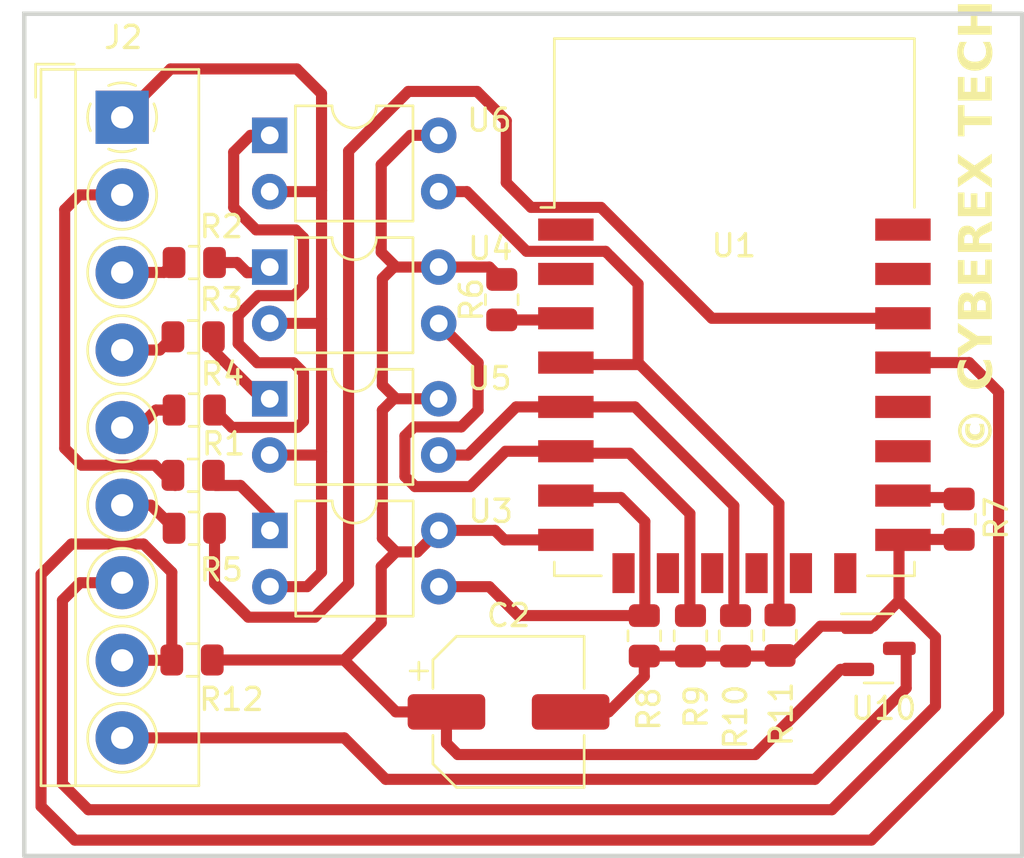
<source format=kicad_pcb>
(kicad_pcb (version 20221018) (generator pcbnew)
  (title_block (title "Контроллер увлажнителя ") (company "CYBEREX TECH"))
  (layers (0 "F.Cu" signal) (31 "B.Cu" signal) (34 "B.Paste" user) (35 "F.Paste" user) (36 "B.SilkS" user "B.Silkscreen") (37 "F.SilkS" user "F.Silkscreen") (38 "B.Mask" user) (39 "F.Mask" user) (44 "Edge.Cuts" user))
  (net 0 "")
  (net 1 "Net-(J2-Pin_2)")
  (net 2 "Net-(R1-Pad2)")
  (net 3 "Net-(J2-Pin_3)")
  (net 4 "Net-(R2-Pad2)")
  (net 5 "Net-(J2-Pin_4)")
  (net 6 "Net-(R3-Pad2)")
  (net 7 "Net-(J2-Pin_5)")
  (net 8 "Net-(R4-Pad2)")
  (net 9 "Net-(U1-GPIO5)")
  (net 10 "Net-(J2-Pin_6)")
  (net 11 "Net-(U1-EN)")
  (net 12 "VCC")
  (net 13 "GND")
  (net 14 "Net-(U1-GPIO15)")
  (net 15 "Net-(U1-GPIO13)")
  (net 16 "Net-(U1-GPIO12)")
  (net 17 "Net-(U1-GPIO14)")
  (net 18 "Net-(U1-GPIO16)")
  (net 19 "Net-(J2-Pin_8)")
  (net 22 "Net-(J2-Pin_9)")
  (net 23 "Net-(J2-Pin_1)")
  (footprint "Resistor_SMD:R_0805_2012Metric" (layer "F.Cu") (at 130.9389 86.2819)
    (fp_text reference "R2" (at 1.2173 -1.6256) (layer "F.SilkS"))
    (fp_text value "100")
    (fp_line (start -0.227064 -0.735) (end 0.227064 -0.735) (stroke (width 0.12)) (layer "F.SilkS"))
    (fp_line (start -0.227064 0.735) (end 0.227064 0.735) (stroke (width 0.12)) (layer "F.SilkS"))
    (pad "1" smd roundrect (at -0.9125 0) (size 1.025 1.4) (layers "F.Cu" "F.Paste" "F.Mask") (roundrect_rratio 0.243902) (net 3 "Net-(J2-Pin_3)"))
    (pad "2" smd roundrect (at 0.9125 0) (size 1.025 1.4) (layers "F.Cu" "F.Paste" "F.Mask") (roundrect_rratio 0.243902) (net 4 "Net-(R2-Pad2)"))
  )
  (footprint "Package_DIP:DIP-4_W7.62mm" (layer "F.Cu") (at 134.3406 86.4851)
    (fp_text reference "U4" (at 9.9468 -0.8382) (layer "F.SilkS"))
    (fp_text value "EL817")
    (fp_line (start 1.16 -1.33) (end 1.16 3.87) (stroke (width 0.12)) (layer "F.SilkS"))
    (fp_line (start 1.16 3.87) (end 6.46 3.87) (stroke (width 0.12)) (layer "F.SilkS"))
    (fp_line (start 2.81 -1.33) (end 1.16 -1.33) (stroke (width 0.12)) (layer "F.SilkS"))
    (fp_line (start 6.46 -1.33) (end 4.81 -1.33) (stroke (width 0.12)) (layer "F.SilkS"))
    (fp_line (start 6.46 3.87) (end 6.46 -1.33) (stroke (width 0.12)) (layer "F.SilkS"))
    (fp_arc (start 4.81 -1.33) (mid 3.81 -0.33) (end 2.81 -1.33) (stroke (width 0.12)) (layer "F.SilkS"))
    (pad "1" thru_hole rect (at 0 0) (size 1.6 1.6) (drill 0.8) (layers "*.Cu" "*.Mask") (net 4 "Net-(R2-Pad2)"))
    (pad "2" thru_hole oval (at 0 2.54) (size 1.6 1.6) (drill 0.8) (layers "*.Cu" "*.Mask") (net 23 "Net-(J2-Pin_1)"))
    (pad "3" thru_hole oval (at 7.62 2.54) (size 1.6 1.6) (drill 0.8) (layers "*.Cu" "*.Mask") (net 16 "Net-(U1-GPIO12)"))
    (pad "4" thru_hole oval (at 7.62 0) (size 1.6 1.6) (drill 0.8) (layers "*.Cu" "*.Mask") (net 12 "VCC"))
  )
  (footprint "Resistor_SMD:R_0805_2012Metric" (layer "F.Cu") (at 130.8881 89.6347)
    (fp_text reference "R3" (at 1.2681 -1.6764) (layer "F.SilkS"))
    (fp_text value "100")
    (fp_line (start -0.227064 -0.735) (end 0.227064 -0.735) (stroke (width 0.12)) (layer "F.SilkS"))
    (fp_line (start -0.227064 0.735) (end 0.227064 0.735) (stroke (width 0.12)) (layer "F.SilkS"))
    (pad "1" smd roundrect (at -0.9125 0) (size 1.025 1.4) (layers "F.Cu" "F.Paste" "F.Mask") (roundrect_rratio 0.243902) (net 5 "Net-(J2-Pin_4)"))
    (pad "2" smd roundrect (at 0.9125 0) (size 1.025 1.4) (layers "F.Cu" "F.Paste" "F.Mask") (roundrect_rratio 0.243902) (net 6 "Net-(R3-Pad2)"))
  )
  (footprint "Package_DIP:DIP-4_W7.62mm" (layer "F.Cu") (at 134.3406 80.5415)
    (fp_text reference "U6" (at 9.906 -0.6858) (layer "F.SilkS"))
    (fp_text value "EL817")
    (fp_line (start 1.16 -1.33) (end 1.16 3.87) (stroke (width 0.12)) (layer "F.SilkS"))
    (fp_line (start 1.16 3.87) (end 6.46 3.87) (stroke (width 0.12)) (layer "F.SilkS"))
    (fp_line (start 2.81 -1.33) (end 1.16 -1.33) (stroke (width 0.12)) (layer "F.SilkS"))
    (fp_line (start 6.46 -1.33) (end 4.81 -1.33) (stroke (width 0.12)) (layer "F.SilkS"))
    (fp_line (start 6.46 3.87) (end 6.46 -1.33) (stroke (width 0.12)) (layer "F.SilkS"))
    (fp_arc (start 4.81 -1.33) (mid 3.81 -0.33) (end 2.81 -1.33) (stroke (width 0.12)) (layer "F.SilkS"))
    (pad "1" thru_hole rect (at 0 0) (size 1.6 1.6) (drill 0.8) (layers "*.Cu" "*.Mask") (net 8 "Net-(R4-Pad2)"))
    (pad "2" thru_hole oval (at 0 2.54) (size 1.6 1.6) (drill 0.8) (layers "*.Cu" "*.Mask") (net 23 "Net-(J2-Pin_1)"))
    (pad "3" thru_hole oval (at 7.62 2.54) (size 1.6 1.6) (drill 0.8) (layers "*.Cu" "*.Mask") (net 18 "Net-(U1-GPIO16)"))
    (pad "4" thru_hole oval (at 7.62 0) (size 1.6 1.6) (drill 0.8) (layers "*.Cu" "*.Mask") (net 12 "VCC"))
  )
  (footprint "Resistor_SMD:R_0805_2012Metric" (layer "F.Cu") (at 130.9389 92.9367)
    (fp_text reference "R4" (at 1.2681 -1.6256) (layer "F.SilkS"))
    (fp_text value "100")
    (fp_line (start -0.227064 -0.735) (end 0.227064 -0.735) (stroke (width 0.12)) (layer "F.SilkS"))
    (fp_line (start -0.227064 0.735) (end 0.227064 0.735) (stroke (width 0.12)) (layer "F.SilkS"))
    (pad "1" smd roundrect (at -0.9125 0) (size 1.025 1.4) (layers "F.Cu" "F.Paste" "F.Mask") (roundrect_rratio 0.243902) (net 7 "Net-(J2-Pin_5)"))
    (pad "2" smd roundrect (at 0.9125 0) (size 1.025 1.4) (layers "F.Cu" "F.Paste" "F.Mask") (roundrect_rratio 0.243902) (net 8 "Net-(R4-Pad2)"))
  )
  (footprint "Resistor_SMD:R_0805_2012Metric" (layer "F.Cu") (at 130.9389 98.2707 180)
    (fp_text reference "R5" (at -1.2173 -1.8796) (layer "F.SilkS"))
    (fp_text value "100")
    (fp_line (start -0.227064 -0.735) (end 0.227064 -0.735) (stroke (width 0.12)) (layer "F.SilkS"))
    (fp_line (start -0.227064 0.735) (end 0.227064 0.735) (stroke (width 0.12)) (layer "F.SilkS"))
    (pad "1" smd roundrect (at -0.9125 0 180) (size 1.025 1.4) (layers "F.Cu" "F.Paste" "F.Mask") (roundrect_rratio 0.243902) (net 9 "Net-(U1-GPIO5)"))
    (pad "2" smd roundrect (at 0.9125 0 180) (size 1.025 1.4) (layers "F.Cu" "F.Paste" "F.Mask") (roundrect_rratio 0.243902) (net 10 "Net-(J2-Pin_6)"))
  )
  (footprint "Capacitor_SMD:CP_Elec_6.3x4.9" (layer "F.Cu") (at 145.1102 106.5571)
    (fp_text reference "C2" (at 0 -4.35) (layer "F.SilkS"))
    (fp_text value "200uF")
    (fp_line (start -4.4375 -1.8475) (end -3.65 -1.8475) (stroke (width 0.12)) (layer "F.SilkS"))
    (fp_line (start -4.04375 -2.24125) (end -4.04375 -1.45375) (stroke (width 0.12)) (layer "F.SilkS"))
    (fp_line (start -3.41 -2.345563) (end -3.41 -1.06) (stroke (width 0.12)) (layer "F.SilkS"))
    (fp_line (start -3.41 -2.345563) (end -2.345563 -3.41) (stroke (width 0.12)) (layer "F.SilkS"))
    (fp_line (start -3.41 2.345563) (end -3.41 1.06) (stroke (width 0.12)) (layer "F.SilkS"))
    (fp_line (start -3.41 2.345563) (end -2.345563 3.41) (stroke (width 0.12)) (layer "F.SilkS"))
    (fp_line (start -2.345563 -3.41) (end 3.41 -3.41) (stroke (width 0.12)) (layer "F.SilkS"))
    (fp_line (start -2.345563 3.41) (end 3.41 3.41) (stroke (width 0.12)) (layer "F.SilkS"))
    (fp_line (start 3.41 -3.41) (end 3.41 -1.06) (stroke (width 0.12)) (layer "F.SilkS"))
    (fp_line (start 3.41 3.41) (end 3.41 1.06) (stroke (width 0.12)) (layer "F.SilkS"))
    (pad "1" smd roundrect (at -2.8 0) (size 3.5 1.6) (layers "F.Cu" "F.Paste" "F.Mask") (roundrect_rratio 0.15625) (net 12 "VCC"))
    (pad "2" smd roundrect (at 2.8 0) (size 3.5 1.6) (layers "F.Cu" "F.Paste" "F.Mask") (roundrect_rratio 0.15625) (net 13 "GND"))
  )
  (footprint "Resistor_SMD:R_0805_2012Metric" (layer "F.Cu") (at 144.8054 87.9564 90)
    (fp_text reference "R6" (at -0.0019 -1.3716 90) (layer "F.SilkS"))
    (fp_text value "1к")
    (fp_line (start -0.227064 -0.735) (end 0.227064 -0.735) (stroke (width 0.12)) (layer "F.SilkS"))
    (fp_line (start -0.227064 0.735) (end 0.227064 0.735) (stroke (width 0.12)) (layer "F.SilkS"))
    (pad "1" smd roundrect (at -0.9125 0 90) (size 1.025 1.4) (layers "F.Cu" "F.Paste" "F.Mask") (roundrect_rratio 0.243902) (net 11 "Net-(U1-EN)"))
    (pad "2" smd roundrect (at 0.9125 0 90) (size 1.025 1.4) (layers "F.Cu" "F.Paste" "F.Mask") (roundrect_rratio 0.243902) (net 12 "VCC"))
  )
  (footprint "RF_Module:ESP-12E" (layer "F.Cu") (at 155.2956 88.2957)
    (fp_text reference "U1" (at -0.0254 -2.7758) (layer "F.SilkS"))
    (fp_text value "ESP-12E")
    (fp_line (start -8.12 -12.12) (end 8.12 -12.12) (stroke (width 0.12)) (layer "F.SilkS"))
    (fp_line (start -8.12 -4.5) (end -8.73 -4.5) (stroke (width 0.12)) (layer "F.SilkS"))
    (fp_line (start -8.12 -4.5) (end -8.12 -12.12) (stroke (width 0.12)) (layer "F.SilkS"))
    (fp_line (start -8.12 12.12) (end -8.12 11.5) (stroke (width 0.12)) (layer "F.SilkS"))
    (fp_line (start -6 12.12) (end -8.12 12.12) (stroke (width 0.12)) (layer "F.SilkS"))
    (fp_line (start 8.12 -12.12) (end 8.12 -4.5) (stroke (width 0.12)) (layer "F.SilkS"))
    (fp_line (start 8.12 11.5) (end 8.12 12.12) (stroke (width 0.12)) (layer "F.SilkS"))
    (fp_line (start 8.12 12.12) (end 6 12.12) (stroke (width 0.12)) (layer "F.SilkS"))
    (pad "1" smd rect (at -7.6 -3.5) (size 2.5 1) (layers "F.Cu" "F.Paste" "F.Mask"))
    (pad "2" smd rect (at -7.6 -1.5) (size 2.5 1) (layers "F.Cu" "F.Paste" "F.Mask"))
    (pad "3" smd rect (at -7.6 0.5) (size 2.5 1) (layers "F.Cu" "F.Paste" "F.Mask") (net 11 "Net-(U1-EN)"))
    (pad "4" smd rect (at -7.6 2.5) (size 2.5 1) (layers "F.Cu" "F.Paste" "F.Mask") (net 18 "Net-(U1-GPIO16)"))
    (pad "5" smd rect (at -7.6 4.5) (size 2.5 1) (layers "F.Cu" "F.Paste" "F.Mask") (net 17 "Net-(U1-GPIO14)"))
    (pad "6" smd rect (at -7.6 6.5) (size 2.5 1) (layers "F.Cu" "F.Paste" "F.Mask") (net 16 "Net-(U1-GPIO12)"))
    (pad "7" smd rect (at -7.6 8.5) (size 2.5 1) (layers "F.Cu" "F.Paste" "F.Mask") (net 15 "Net-(U1-GPIO13)"))
    (pad "8" smd rect (at -7.6 10.5) (size 2.5 1) (layers "F.Cu" "F.Paste" "F.Mask") (net 12 "VCC"))
    (pad "9" smd rect (at -5 12) (size 1 1.8) (layers "F.Cu" "F.Paste" "F.Mask"))
    (pad "10" smd rect (at -3 12) (size 1 1.8) (layers "F.Cu" "F.Paste" "F.Mask"))
    (pad "11" smd rect (at -1 12) (size 1 1.8) (layers "F.Cu" "F.Paste" "F.Mask"))
    (pad "12" smd rect (at 1 12) (size 1 1.8) (layers "F.Cu" "F.Paste" "F.Mask"))
    (pad "13" smd rect (at 3 12) (size 1 1.8) (layers "F.Cu" "F.Paste" "F.Mask"))
    (pad "14" smd rect (at 5 12) (size 1 1.8) (layers "F.Cu" "F.Paste" "F.Mask"))
    (pad "15" smd rect (at 7.6 10.5) (size 2.5 1) (layers "F.Cu" "F.Paste" "F.Mask") (net 13 "GND"))
    (pad "16" smd rect (at 7.6 8.5) (size 2.5 1) (layers "F.Cu" "F.Paste" "F.Mask") (net 14 "Net-(U1-GPIO15)"))
    (pad "17" smd rect (at 7.6 6.5) (size 2.5 1) (layers "F.Cu" "F.Paste" "F.Mask"))
    (pad "18" smd rect (at 7.6 4.5) (size 2.5 1) (layers "F.Cu" "F.Paste" "F.Mask"))
    (pad "19" smd rect (at 7.6 2.5) (size 2.5 1) (layers "F.Cu" "F.Paste" "F.Mask") (net 19 "Net-(J2-Pin_8)"))
    (pad "20" smd rect (at 7.6 0.5) (size 2.5 1) (layers "F.Cu" "F.Paste" "F.Mask") (net 9 "Net-(U1-GPIO5)"))
    (pad "21" smd rect (at 7.6 -1.5) (size 2.5 1) (layers "F.Cu" "F.Paste" "F.Mask"))
    (pad "22" smd rect (at 7.6 -3.5) (size 2.5 1) (layers "F.Cu" "F.Paste" "F.Mask"))
  )
  (footprint "TerminalBlock_4Ucon:TerminalBlock_4Ucon_1x09_P3.50mm_Horizontal" (layer "F.Cu") (at 127.6858 79.7287 -90)
    (fp_text reference "J2" (at -3.6068 -0.0508) (layer "F.SilkS"))
    (fp_text value "~")
    (fp_line (start -2.4 2.16) (end -2.4 3.9) (stroke (width 0.12)) (layer "F.SilkS"))
    (fp_line (start -2.4 3.9) (end -0.9 3.9) (stroke (width 0.12)) (layer "F.SilkS"))
    (fp_line (start -2.16 -3.46) (end -2.16 3.66) (stroke (width 0.12)) (layer "F.SilkS"))
    (fp_line (start -2.16 -3.46) (end 30.16 -3.46) (stroke (width 0.12)) (layer "F.SilkS"))
    (fp_line (start -2.16 2.1) (end 30.16 2.1) (stroke (width 0.12)) (layer "F.SilkS"))
    (fp_line (start -2.16 3.66) (end 30.16 3.66) (stroke (width 0.12)) (layer "F.SilkS"))
    (fp_line (start 30.16 -3.46) (end 30.16 3.66) (stroke (width 0.12)) (layer "F.SilkS"))
    (fp_arc (start -1.432109 0.607742) (mid -1.555727 -0.00014) (end -1.432 -0.608) (stroke (width 0.12)) (layer "F.SilkS"))
    (fp_arc (start -0.607742 -1.432109) (mid 0.00014 -1.555727) (end 0.608 -1.432) (stroke (width 0.12)) (layer "F.SilkS"))
    (fp_arc (start 0.027011 1.555493) (mid -0.296984 1.527118) (end -0.608 1.432) (stroke (width 0.12)) (layer "F.SilkS"))
    (fp_arc (start 0.607587 1.431385) (mid 0.310017 1.523783) (end 0 1.555) (stroke (width 0.12)) (layer "F.SilkS"))
    (fp_arc (start 1.432109 -0.607742) (mid 1.555727 0.00014) (end 1.432 0.608) (stroke (width 0.12)) (layer "F.SilkS"))
    (fp_circle (center 3.5 0) (end 5.055 0) (stroke (width 0.12)) (fill none) (layer "F.SilkS"))
    (fp_circle (center 7 0) (end 8.555 0) (stroke (width 0.12)) (fill none) (layer "F.SilkS"))
    (fp_circle (center 10.5 0) (end 12.055 0) (stroke (width 0.12)) (fill none) (layer "F.SilkS"))
    (fp_circle (center 14 0) (end 15.555 0) (stroke (width 0.12)) (fill none) (layer "F.SilkS"))
    (fp_circle (center 17.5 0) (end 19.055 0) (stroke (width 0.12)) (fill none) (layer "F.SilkS"))
    (fp_circle (center 21 0) (end 22.555 0) (stroke (width 0.12)) (fill none) (layer "F.SilkS"))
    (fp_circle (center 24.5 0) (end 26.055 0) (stroke (width 0.12)) (fill none) (layer "F.SilkS"))
    (fp_circle (center 28 0) (end 29.555 0) (stroke (width 0.12)) (fill none) (layer "F.SilkS"))
    (pad "1" thru_hole rect (at 0 0 270) (size 2.4 2.4) (drill 1) (layers "*.Cu" "*.Mask") (net 23 "Net-(J2-Pin_1)"))
    (pad "2" thru_hole circle (at 3.5 0 270) (size 2.4 2.4) (drill 1) (layers "*.Cu" "*.Mask") (net 1 "Net-(J2-Pin_2)"))
    (pad "3" thru_hole circle (at 7 0 270) (size 2.4 2.4) (drill 1) (layers "*.Cu" "*.Mask") (net 3 "Net-(J2-Pin_3)"))
    (pad "4" thru_hole circle (at 10.5 0 270) (size 2.4 2.4) (drill 1) (layers "*.Cu" "*.Mask") (net 5 "Net-(J2-Pin_4)"))
    (pad "5" thru_hole circle (at 14 0 270) (size 2.4 2.4) (drill 1) (layers "*.Cu" "*.Mask") (net 7 "Net-(J2-Pin_5)"))
    (pad "6" thru_hole circle (at 17.5 0 270) (size 2.4 2.4) (drill 1) (layers "*.Cu" "*.Mask") (net 10 "Net-(J2-Pin_6)"))
    (pad "7" thru_hole circle (at 21 0 270) (size 2.4 2.4) (drill 1) (layers "*.Cu" "*.Mask") (net 13 "GND"))
    (pad "8" thru_hole circle (at 24.5 0 270) (size 2.4 2.4) (drill 1) (layers "*.Cu" "*.Mask") (net 19 "Net-(J2-Pin_8)"))
    (pad "9" thru_hole circle (at 28 0 270) (size 2.4 2.4) (drill 1) (layers "*.Cu" "*.Mask") (net 22 "Net-(J2-Pin_9)"))
  )
  (footprint "Resistor_SMD:R_0805_2012Metric" (layer "F.Cu") (at 165.4302 97.8624 90)
    (fp_text reference "R7" (at 0.0489 1.6764 90) (layer "F.SilkS"))
    (fp_text value "100")
    (fp_line (start -0.227064 -0.735) (end 0.227064 -0.735) (stroke (width 0.12)) (layer "F.SilkS"))
    (fp_line (start -0.227064 0.735) (end 0.227064 0.735) (stroke (width 0.12)) (layer "F.SilkS"))
    (pad "1" smd roundrect (at -0.9125 0 90) (size 1.025 1.4) (layers "F.Cu" "F.Paste" "F.Mask") (roundrect_rratio 0.243902) (net 13 "GND"))
    (pad "2" smd roundrect (at 0.9125 0 90) (size 1.025 1.4) (layers "F.Cu" "F.Paste" "F.Mask") (roundrect_rratio 0.243902) (net 14 "Net-(U1-GPIO15)"))
  )
  (footprint "Resistor_SMD:R_0805_2012Metric" (layer "F.Cu") (at 153.3144 103.124 -90)
    (fp_text reference "R9" (at 3.1985 -0.254 90) (layer "F.SilkS"))
    (fp_text value "125к")
    (fp_line (start -0.227064 -0.735) (end 0.227064 -0.735) (stroke (width 0.12)) (layer "F.SilkS"))
    (fp_line (start -0.227064 0.735) (end 0.227064 0.735) (stroke (width 0.12)) (layer "F.SilkS"))
    (pad "1" smd roundrect (at -0.9125 0 270) (size 1.025 1.4) (layers "F.Cu" "F.Paste" "F.Mask") (roundrect_rratio 0.243902) (net 16 "Net-(U1-GPIO12)"))
    (pad "2" smd roundrect (at 0.9125 0 270) (size 1.025 1.4) (layers "F.Cu" "F.Paste" "F.Mask") (roundrect_rratio 0.243902) (net 13 "GND"))
  )
  (footprint "Resistor_SMD:R_0805_2012Metric" (layer "F.Cu") (at 130.8373 104.2143)
    (fp_text reference "R12" (at 1.7761 1.778) (layer "F.SilkS"))
    (fp_text value "4.7к")
    (fp_line (start -0.227064 -0.735) (end 0.227064 -0.735) (stroke (width 0.12)) (layer "F.SilkS"))
    (fp_line (start -0.227064 0.735) (end 0.227064 0.735) (stroke (width 0.12)) (layer "F.SilkS"))
    (pad "1" smd roundrect (at -0.9125 0) (size 1.025 1.4) (layers "F.Cu" "F.Paste" "F.Mask") (roundrect_rratio 0.243902) (net 19 "Net-(J2-Pin_8)"))
    (pad "2" smd roundrect (at 0.9125 0) (size 1.025 1.4) (layers "F.Cu" "F.Paste" "F.Mask") (roundrect_rratio 0.243902) (net 12 "VCC"))
  )
  (footprint "Package_TO_SOT_SMD:SOT-23" (layer "F.Cu") (at 161.7957 103.6911)
    (fp_text reference "U10" (at 0.2309 2.7076) (layer "F.SilkS"))
    (fp_text value "HT7333")
    (fp_line (start 0 -1.56) (end -1.675 -1.56) (stroke (width 0.12)) (layer "F.SilkS"))
    (fp_line (start 0 -1.56) (end 0.65 -1.56) (stroke (width 0.12)) (layer "F.SilkS"))
    (fp_line (start 0 1.56) (end -0.65 1.56) (stroke (width 0.12)) (layer "F.SilkS"))
    (fp_line (start 0 1.56) (end 0.65 1.56) (stroke (width 0.12)) (layer "F.SilkS"))
    (pad "1" smd roundrect (at -0.9375 -0.95) (size 1.475 0.6) (layers "F.Cu" "F.Paste" "F.Mask") (net 13 "GND"))
    (pad "2" smd roundrect (at 0.9375 0) (size 1.475 0.6) (layers "F.Cu" "F.Paste" "F.Mask") (net 22 "Net-(J2-Pin_9)"))
    (pad "3" smd roundrect (at -0.9375 0.95) (size 1.475 0.6) (layers "F.Cu" "F.Paste" "F.Mask") (net 12 "VCC"))
  )
  (footprint "Resistor_SMD:R_0805_2012Metric" (layer "F.Cu") (at 157.353 103.0986 -90)
    (fp_text reference "R11" (at 3.5541 -0.0508 90) (layer "F.SilkS"))
    (fp_text value "125к")
    (fp_line (start -0.227064 -0.735) (end 0.227064 -0.735) (stroke (width 0.12)) (layer "F.SilkS"))
    (fp_line (start -0.227064 0.735) (end 0.227064 0.735) (stroke (width 0.12)) (layer "F.SilkS"))
    (pad "1" smd roundrect (at -0.9125 0 270) (size 1.025 1.4) (layers "F.Cu" "F.Paste" "F.Mask") (roundrect_rratio 0.243902) (net 18 "Net-(U1-GPIO16)"))
    (pad "2" smd roundrect (at 0.9125 0 270) (size 1.025 1.4) (layers "F.Cu" "F.Paste" "F.Mask") (roundrect_rratio 0.243902) (net 13 "GND"))
  )
  (footprint "Resistor_SMD:R_0805_2012Metric" (layer "F.Cu") (at 155.3464 103.124 -90)
    (fp_text reference "R10" (at 3.6595 0 90) (layer "F.SilkS"))
    (fp_text value "125к")
    (fp_line (start -0.227064 -0.735) (end 0.227064 -0.735) (stroke (width 0.12)) (layer "F.SilkS"))
    (fp_line (start -0.227064 0.735) (end 0.227064 0.735) (stroke (width 0.12)) (layer "F.SilkS"))
    (pad "1" smd roundrect (at -0.9125 0 270) (size 1.025 1.4) (layers "F.Cu" "F.Paste" "F.Mask") (roundrect_rratio 0.243902) (net 17 "Net-(U1-GPIO14)"))
    (pad "2" smd roundrect (at 0.9125 0 270) (size 1.025 1.4) (layers "F.Cu" "F.Paste" "F.Mask") (roundrect_rratio 0.243902) (net 13 "GND"))
  )
  (footprint "Package_DIP:DIP-4_W7.62mm" (layer "F.Cu") (at 134.3406 92.4287)
    (fp_text reference "U5" (at 9.906 -0.9144) (layer "F.SilkS"))
    (fp_text value "EL817")
    (fp_line (start 1.16 -1.33) (end 1.16 3.87) (stroke (width 0.12)) (layer "F.SilkS"))
    (fp_line (start 1.16 3.87) (end 6.46 3.87) (stroke (width 0.12)) (layer "F.SilkS"))
    (fp_line (start 2.81 -1.33) (end 1.16 -1.33) (stroke (width 0.12)) (layer "F.SilkS"))
    (fp_line (start 6.46 -1.33) (end 4.81 -1.33) (stroke (width 0.12)) (layer "F.SilkS"))
    (fp_line (start 6.46 3.87) (end 6.46 -1.33) (stroke (width 0.12)) (layer "F.SilkS"))
    (fp_arc (start 4.81 -1.33) (mid 3.81 -0.33) (end 2.81 -1.33) (stroke (width 0.12)) (layer "F.SilkS"))
    (pad "1" thru_hole rect (at 0 0) (size 1.6 1.6) (drill 0.8) (layers "*.Cu" "*.Mask") (net 6 "Net-(R3-Pad2)"))
    (pad "2" thru_hole oval (at 0 2.54) (size 1.6 1.6) (drill 0.8) (layers "*.Cu" "*.Mask") (net 23 "Net-(J2-Pin_1)"))
    (pad "3" thru_hole oval (at 7.62 2.54) (size 1.6 1.6) (drill 0.8) (layers "*.Cu" "*.Mask") (net 17 "Net-(U1-GPIO14)"))
    (pad "4" thru_hole oval (at 7.62 0) (size 1.6 1.6) (drill 0.8) (layers "*.Cu" "*.Mask") (net 12 "VCC"))
  )
  (footprint "Resistor_SMD:R_0805_2012Metric" (layer "F.Cu") (at 130.8881 95.8831)
    (fp_text reference "R1" (at 1.3697 -1.4224) (layer "F.SilkS"))
    (fp_text value "100")
    (fp_line (start -0.227064 -0.735) (end 0.227064 -0.735) (stroke (width 0.12)) (layer "F.SilkS"))
    (fp_line (start -0.227064 0.735) (end 0.227064 0.735) (stroke (width 0.12)) (layer "F.SilkS"))
    (pad "1" smd roundrect (at -0.9125 0) (size 1.025 1.4) (layers "F.Cu" "F.Paste" "F.Mask") (roundrect_rratio 0.243902) (net 1 "Net-(J2-Pin_2)"))
    (pad "2" smd roundrect (at 0.9125 0) (size 1.025 1.4) (layers "F.Cu" "F.Paste" "F.Mask") (roundrect_rratio 0.243902) (net 2 "Net-(R1-Pad2)"))
  )
  (footprint "Resistor_SMD:R_0805_2012Metric" (layer "F.Cu") (at 151.2316 103.124 -90)
    (fp_text reference "R8" (at 3.3039 -0.2032 90) (layer "F.SilkS"))
    (fp_text value "125к")
    (fp_line (start -0.227064 -0.735) (end 0.227064 -0.735) (stroke (width 0.12)) (layer "F.SilkS"))
    (fp_line (start -0.227064 0.735) (end 0.227064 0.735) (stroke (width 0.12)) (layer "F.SilkS"))
    (pad "1" smd roundrect (at -0.9125 0 270) (size 1.025 1.4) (layers "F.Cu" "F.Paste" "F.Mask") (roundrect_rratio 0.243902) (net 15 "Net-(U1-GPIO13)"))
    (pad "2" smd roundrect (at 0.9125 0 270) (size 1.025 1.4) (layers "F.Cu" "F.Paste" "F.Mask") (roundrect_rratio 0.243902) (net 13 "GND"))
  )
  (footprint "Package_DIP:DIP-4_W7.62mm" (layer "F.Cu") (at 134.3506 98.3673)
    (fp_text reference "U3" (at 9.9568 -0.8636) (layer "F.SilkS"))
    (fp_text value "EL817")
    (fp_line (start 1.16 -1.33) (end 1.16 3.87) (stroke (width 0.12)) (layer "F.SilkS"))
    (fp_line (start 1.16 3.87) (end 6.46 3.87) (stroke (width 0.12)) (layer "F.SilkS"))
    (fp_line (start 2.81 -1.33) (end 1.16 -1.33) (stroke (width 0.12)) (layer "F.SilkS"))
    (fp_line (start 6.46 -1.33) (end 4.81 -1.33) (stroke (width 0.12)) (layer "F.SilkS"))
    (fp_line (start 6.46 3.87) (end 6.46 -1.33) (stroke (width 0.12)) (layer "F.SilkS"))
    (fp_arc (start 4.81 -1.33) (mid 3.81 -0.33) (end 2.81 -1.33) (stroke (width 0.12)) (layer "F.SilkS"))
    (pad "1" thru_hole rect (at 0 0) (size 1.6 1.6) (drill 0.8) (layers "*.Cu" "*.Mask") (net 2 "Net-(R1-Pad2)"))
    (pad "2" thru_hole oval (at 0 2.54) (size 1.6 1.6) (drill 0.8) (layers "*.Cu" "*.Mask") (net 23 "Net-(J2-Pin_1)"))
    (pad "3" thru_hole oval (at 7.62 2.54) (size 1.6 1.6) (drill 0.8) (layers "*.Cu" "*.Mask") (net 15 "Net-(U1-GPIO13)"))
    (pad "4" thru_hole oval (at 7.62 0) (size 1.6 1.6) (drill 0.8) (layers "*.Cu" "*.Mask") (net 12 "VCC"))
  )
  (gr_rect (start 123.2706 75.0551) (end 168.2706 113.0551) (stroke (width 0.2)) (fill none) (layer "Edge.Cuts"))
  (gr_text "© CYBEREX TECH" (at 167.1574 94.9179 90) (layer "F.SilkS") (effects (font (size 1.5 1.5) (thickness 0.3) bold) (justify left bottom)))
  (segment (start 125.7606 83.2287) (end 127.6858 83.2287) (width 0.5) (layer "F.Cu") (net 1))
  (segment (start 125.857 95.4259) (end 129.1628 95.4259) (width 0.5) (layer "F.Cu") (net 1))
  (segment (start 125.857 95.4259) (end 125.095 94.6639) (width 0.5) (layer "F.Cu") (net 1))
  (segment (start 125.095 94.6639) (end 125.095 83.8943) (width 0.5) (layer "F.Cu") (net 1))
  (segment (start 125.095 83.8943) (end 125.7606 83.2287) (width 0.5) (layer "F.Cu") (net 1))
  (segment (start 129.1628 95.4259) (end 130.0772 96.3403) (width 0.5) (layer "F.Cu") (net 1))
  (segment (start 134 98.0167) (end 134.3506 98.3673) (width 0.5) (layer "F.Cu") (net 2))
  (segment (start 133.0198 96.3403) (end 134.3506 97.6711) (width 0.5) (layer "F.Cu") (net 2))
  (segment (start 131.9022 96.3403) (end 133.0198 96.3403) (width 0.5) (layer "F.Cu") (net 2))
  (segment (start 134.3506 97.6711) (end 134.3506 98.3673) (width 0.5) (layer "F.Cu") (net 2))
  (segment (start 127.6858 86.7287) (end 129.5796 86.7287) (width 0.5) (layer "F.Cu") (net 3))
  (segment (start 129.5796 86.7287) (end 130.0264 86.2819) (width 0.5) (layer "F.Cu") (net 3))
  (segment (start 132.8674 86.2819) (end 133.3246 86.7391) (width 0.5) (layer "F.Cu") (net 4))
  (segment (start 132.0088 86.5359) (end 132.0138 86.5309) (width 0.25) (layer "F.Cu") (net 4))
  (segment (start 134.0866 86.7391) (end 134.3406 86.4851) (width 0.25) (layer "F.Cu") (net 4))
  (segment (start 131.8514 86.2819) (end 132.8674 86.2819) (width 0.5) (layer "F.Cu") (net 4))
  (segment (start 133.3246 86.7391) (end 134.0866 86.7391) (width 0.5) (layer "F.Cu") (net 4))
  (segment (start 127.6858 90.2287) (end 129.3816 90.2287) (width 0.5) (layer "F.Cu") (net 5))
  (segment (start 129.3816 90.2287) (end 129.9756 89.6347) (width 0.5) (layer "F.Cu") (net 5))
  (segment (start 133.985 92.4287) (end 134.3406 92.4287) (width 0.25) (layer "F.Cu") (net 6))
  (segment (start 131.8006 90.2443) (end 133.985 92.4287) (width 0.5) (layer "F.Cu") (net 6))
  (segment (start 128.4178 93.7287) (end 129.2098 92.9367) (width 0.5) (layer "F.Cu") (net 7))
  (segment (start 129.2098 92.9367) (end 130.0264 92.9367) (width 0.5) (layer "F.Cu") (net 7))
  (segment (start 127.6858 93.7287) (end 128.4178 93.7287) (width 0.5) (layer "F.Cu") (net 7))
  (segment (start 132.9182 89.9395) (end 132.9182 88.679733) (width 0.5) (layer "F.Cu") (net 8))
  (segment (start 132.9182 88.679733) (end 133.822833 87.7751) (width 0.5) (layer "F.Cu") (net 8))
  (segment (start 135.509 84.8087) (end 133.731 84.8087) (width 0.5) (layer "F.Cu") (net 8))
  (segment (start 132.715 83.7927) (end 132.715 81.3035) (width 0.5) (layer "F.Cu") (net 8))
  (segment (start 132.715 81.3035) (end 133.477 80.5415) (width 0.5) (layer "F.Cu") (net 8))
  (segment (start 131.8514 92.9367) (end 132.6334 93.7187) (width 0.5) (layer "F.Cu") (net 8))
  (segment (start 135.8646 93.4447) (end 135.8646 91.2603) (width 0.5) (layer "F.Cu") (net 8))
  (segment (start 135.4074 90.8031) (end 133.7818 90.8031) (width 0.5) (layer "F.Cu") (net 8))
  (segment (start 135.8646 85.1643) (end 135.509 84.8087) (width 0.5) (layer "F.Cu") (net 8))
  (segment (start 133.731 84.8087) (end 132.715 83.7927) (width 0.5) (layer "F.Cu") (net 8))
  (segment (start 132.6334 93.7187) (end 135.5906 93.7187) (width 0.5) (layer "F.Cu") (net 8))
  (segment (start 133.7818 90.8031) (end 132.9182 89.9395) (width 0.5) (layer "F.Cu") (net 8))
  (segment (start 133.477 80.5415) (end 134.3406 80.5415) (width 0.5) (layer "F.Cu") (net 8))
  (segment (start 133.822833 87.7751) (end 135.4382 87.7751) (width 0.5) (layer "F.Cu") (net 8))
  (segment (start 135.4382 87.7751) (end 135.8646 87.3487) (width 0.5) (layer "F.Cu") (net 8))
  (segment (start 135.5906 93.7187) (end 135.8646 93.4447) (width 0.5) (layer "F.Cu") (net 8))
  (segment (start 135.8646 87.3487) (end 135.8646 85.1643) (width 0.5) (layer "F.Cu") (net 8))
  (segment (start 135.8646 91.2603) (end 135.4074 90.8031) (width 0.5) (layer "F.Cu") (net 8))
  (segment (start 137.8966 100.7599) (end 136.3726 102.2839) (width 0.5) (layer "F.Cu") (net 9))
  (segment (start 145.0086 82.6751) (end 145.0086 79.8811) (width 0.5) (layer "F.Cu") (net 9))
  (segment (start 133.3754 102.2839) (end 131.8514 100.7599) (width 0.5) (layer "F.Cu") (net 9))
  (segment (start 146.1262 83.7927) (end 145.0086 82.6751) (width 0.5) (layer "F.Cu") (net 9))
  (segment (start 154.2788 88.7957) (end 149.2758 83.7927) (width 0.5) (layer "F.Cu") (net 9))
  (segment (start 149.2758 83.7927) (end 146.1262 83.7927) (width 0.5) (layer "F.Cu") (net 9))
  (segment (start 143.6878 78.5603) (end 140.589 78.5603) (width 0.5) (layer "F.Cu") (net 9))
  (segment (start 140.589 78.5603) (end 137.8966 81.2527) (width 0.5) (layer "F.Cu") (net 9))
  (segment (start 162.8956 88.7957) (end 154.2788 88.7957) (width 0.5) (layer "F.Cu") (net 9))
  (segment (start 137.8966 81.2527) (end 137.8966 100.7599) (width 0.5) (layer "F.Cu") (net 9))
  (segment (start 145.0086 79.8811) (end 143.6878 78.5603) (width 0.5) (layer "F.Cu") (net 9))
  (segment (start 131.8514 100.7599) (end 131.8514 98.2707) (width 0.5) (layer "F.Cu") (net 9))
  (segment (start 136.3726 102.2839) (end 133.3754 102.2839) (width 0.5) (layer "F.Cu") (net 9))
  (segment (start 127.6858 97.2287) (end 128.9806 97.2287) (width 0.5) (layer "F.Cu") (net 10))
  (segment (start 130.1788 98.4269) (end 130.1788 98.5247) (width 0.25) (layer "F.Cu") (net 10))
  (segment (start 128.9806 97.2287) (end 130.1788 98.4269) (width 0.5) (layer "F.Cu") (net 10))
  (segment (start 147.5053 88.8727) (end 147.5178 88.8852) (width 0.25) (layer "F.Cu") (net 11))
  (segment (start 144.8562 88.8727) (end 147.5053 88.8727) (width 0.5) (layer "F.Cu") (net 11))
  (segment (start 147.4571 98.8245) (end 147.5178 98.8852) (width 0.25) (layer "F.Cu") (net 12))
  (segment (start 139.9866 92.3779) (end 140.0374 92.4287) (width 0.25) (layer "F.Cu") (net 12))
  (segment (start 139.4206 92.9439) (end 139.9866 92.3779) (width 0.5) (layer "F.Cu") (net 12))
  (segment (start 137.6934 104.2143) (end 139.3698 102.5379) (width 0.5) (layer "F.Cu") (net 12))
  (segment (start 144.4956 98.3673) (end 144.924 98.7957) (width 0.5) (layer "F.Cu") (net 12))
  (segment (start 140.0302 99.3375) (end 139.4206 98.7279) (width 0.5) (layer "F.Cu") (net 12))
  (segment (start 139.4206 98.7279) (end 139.4206 92.9439) (width 0.5) (layer "F.Cu") (net 12))
  (segment (start 156.2354 108.4815) (end 160.0758 104.6411) (width 0.5) (layer "F.Cu") (net 12))
  (segment (start 144.2466 86.4851) (end 144.8054 87.0439) (width 0.5) (layer "F.Cu") (net 12))
  (segment (start 140.0242 106.5451) (end 140.0242 106.5571) (width 0.25) (layer "F.Cu") (net 12))
  (segment (start 137.6934 104.2143) (end 140.0242 106.5451) (width 0.5) (layer "F.Cu") (net 12))
  (segment (start 140.0374 86.4851) (end 141.9606 86.4851) (width 0.5) (layer "F.Cu") (net 12))
  (segment (start 139.9866 92.3779) (end 139.4206 91.8119) (width 0.5) (layer "F.Cu") (net 12))
  (segment (start 142.3102 107.9675) (end 142.8242 108.4815) (width 0.5) (layer "F.Cu") (net 12))
  (segment (start 139.9866 86.4343) (end 140.0374 86.4851) (width 0.25) (layer "F.Cu") (net 12))
  (segment (start 139.9866 86.4343) (end 139.3698 85.8175) (width 0.5) (layer "F.Cu") (net 12))
  (segment (start 144.924 98.7957) (end 147.6956 98.7957) (width 0.5) (layer "F.Cu") (net 12))
  (segment (start 139.3698 85.8175) (end 139.3698 81.8623) (width 0.5) (layer "F.Cu") (net 12))
  (segment (start 139.3698 99.9979) (end 140.0302 99.3375) (width 0.5) (layer "F.Cu") (net 12))
  (segment (start 141.9706 98.3673) (end 144.4956 98.3673) (width 0.5) (layer "F.Cu") (net 12))
  (segment (start 139.4206 91.8119) (end 139.4206 87.0003) (width 0.5) (layer "F.Cu") (net 12))
  (segment (start 140.0374 92.4287) (end 141.9606 92.4287) (width 0.5) (layer "F.Cu") (net 12))
  (segment (start 140.6906 80.5415) (end 141.9606 80.5415) (width 0.5) (layer "F.Cu") (net 12))
  (segment (start 141.0004 99.3375) (end 141.9706 98.3673) (width 0.5) (layer "F.Cu") (net 12))
  (segment (start 160.0758 104.6411) (end 160.8582 104.6411) (width 0.5) (layer "F.Cu") (net 12))
  (segment (start 139.3698 102.5379) (end 139.3698 99.9979) (width 0.5) (layer "F.Cu") (net 12))
  (segment (start 139.3698 81.8623) (end 140.6906 80.5415) (width 0.5) (layer "F.Cu") (net 12))
  (segment (start 139.4206 87.0003) (end 139.9866 86.4343) (width 0.5) (layer "F.Cu") (net 12))
  (segment (start 142.8242 108.4815) (end 156.2354 108.4815) (width 0.5) (layer "F.Cu") (net 12))
  (segment (start 131.7498 104.2143) (end 137.6934 104.2143) (width 0.5) (layer "F.Cu") (net 12))
  (segment (start 140.0302 99.3375) (end 141.0004 99.3375) (width 0.5) (layer "F.Cu") (net 12))
  (segment (start 140.0242 106.5571) (end 142.3102 106.5571) (width 0.5) (layer "F.Cu") (net 12))
  (segment (start 142.3102 106.5571) (end 142.3102 107.9675) (width 0.5) (layer "F.Cu") (net 12))
  (segment (start 141.9606 86.4851) (end 144.2466 86.4851) (width 0.5) (layer "F.Cu") (net 12))
  (segment (start 124.9934 109.8023) (end 126.1618 110.9707) (width 0.5) (layer "F.Cu") (net 13))
  (segment (start 149.6254 106.5571) (end 151.2316 104.9509) (width 0.5) (layer "F.Cu") (net 13))
  (segment (start 165.8366 98.7749) (end 162.8281 98.7749) (width 0.5) (layer "F.Cu") (net 13))
  (segment (start 164.3634 106.2971) (end 164.3634 103.1875) (width 0.5) (layer "F.Cu") (net 13))
  (segment (start 147.9102 106.5571) (end 149.6254 106.5571) (width 0.5) (layer "F.Cu") (net 13))
  (segment (start 159.6898 110.9707) (end 164.3634 106.2971) (width 0.5) (layer "F.Cu") (net 13))
  (segment (start 124.9934 101.5219) (end 124.9934 109.8023) (width 0.5) (layer "F.Cu") (net 13))
  (segment (start 159.1818 102.6903) (end 161.5694 102.6903) (width 0.5) (layer "F.Cu") (net 13))
  (segment (start 126.1618 110.9707) (end 159.6898 110.9707) (width 0.5) (layer "F.Cu") (net 13))
  (segment (start 162.7178 101.5419) (end 162.7178 98.8852) (width 0.5) (layer "F.Cu") (net 13))
  (segment (start 151.2316 104.0365) (end 157.8356 104.0365) (width 0.5) (layer "F.Cu") (net 13))
  (segment (start 164.3634 103.1875) (end 162.7178 101.5419) (width 0.5) (layer "F.Cu") (net 13))
  (segment (start 162.8281 98.7749) (end 162.7178 98.8852) (width 0.25) (layer "F.Cu") (net 13))
  (segment (start 151.2316 104.9509) (end 151.2316 104.0365) (width 0.5) (layer "F.Cu") (net 13))
  (segment (start 151.2316 104.0365) (end 151.2316 103.8721) (width 0.25) (layer "F.Cu") (net 13))
  (segment (start 127.6858 100.7287) (end 125.7866 100.7287) (width 0.5) (layer "F.Cu") (net 13))
  (segment (start 157.8356 104.0365) (end 159.1818 102.6903) (width 0.5) (layer "F.Cu") (net 13))
  (segment (start 125.7866 100.7287) (end 124.9934 101.5219) (width 0.5) (layer "F.Cu") (net 13))
  (segment (start 161.5694 102.6903) (end 162.7178 101.5419) (width 0.5) (layer "F.Cu") (net 13))
  (segment (start 165.7719 96.8852) (end 165.8366 96.9499) (width 0.25) (layer "F.Cu") (net 14))
  (segment (start 162.7178 96.8852) (end 165.7719 96.8852) (width 0.5) (layer "F.Cu") (net 14))
  (segment (start 150.1763 96.8852) (end 151.257 97.9659) (width 0.5) (layer "F.Cu") (net 15))
  (segment (start 144.2416 100.9073) (end 145.5674 102.2331) (width 0.5) (layer "F.Cu") (net 15))
  (segment (start 145.589 102.2115) (end 151.2316 102.2115) (width 0.5) (layer "F.Cu") (net 15))
  (segment (start 151.257 97.9659) (end 151.257 101.6781) (width 0.5) (layer "F.Cu") (net 15))
  (segment (start 141.9706 100.9073) (end 144.2416 100.9073) (width 0.5) (layer "F.Cu") (net 15))
  (segment (start 151.21 102.2331) (end 151.2316 102.2115) (width 0.5) (layer "F.Cu") (net 15))
  (segment (start 145.5674 102.2331) (end 145.589 102.2115) (width 0.25) (layer "F.Cu") (net 15))
  (segment (start 147.5178 96.8852) (end 150.1763 96.8852) (width 0.5) (layer "F.Cu") (net 15))
  (segment (start 153.289 102.1861) (end 153.3144 102.2115) (width 0.5) (layer "F.Cu") (net 16))
  (segment (start 144.9784 94.7957) (end 147.6956 94.7957) (width 0.5) (layer "F.Cu") (net 16))
  (segment (start 153.289 97.6103) (end 153.289 102.1861) (width 0.5) (layer "F.Cu") (net 16))
  (segment (start 140.843 93.6987) (end 140.4366 94.1051) (width 0.5) (layer "F.Cu") (net 16))
  (segment (start 143.7386 90.8031) (end 143.7386 92.9367) (width 0.5) (layer "F.Cu") (net 16))
  (segment (start 140.4366 95.9339) (end 140.8938 96.3911) (width 0.5) (layer "F.Cu") (net 16))
  (segment (start 141.9606 89.0251) (end 143.7386 90.8031) (width 0.5) (layer "F.Cu") (net 16))
  (segment (start 140.8938 96.3911) (end 143.383 96.3911) (width 0.5) (layer "F.Cu") (net 16))
  (segment (start 147.7851 94.8852) (end 150.5639 94.8852) (width 0.5) (layer "F.Cu") (net 16))
  (segment (start 143.383 96.3911) (end 144.9784 94.7957) (width 0.5) (layer "F.Cu") (net 16))
  (segment (start 143.7386 92.9367) (end 142.9766 93.6987) (width 0.5) (layer "F.Cu") (net 16))
  (segment (start 142.9766 93.6987) (end 140.843 93.6987) (width 0.5) (layer "F.Cu") (net 16))
  (segment (start 150.5639 94.8852) (end 153.289 97.6103) (width 0.5) (layer "F.Cu") (net 16))
  (segment (start 147.6956 94.7957) (end 147.7851 94.8852) (width 0.5) (layer "F.Cu") (net 16))
  (segment (start 140.4366 94.1051) (end 140.4366 95.9339) (width 0.5) (layer "F.Cu") (net 16))
  (segment (start 141.9606 94.9687) (end 143.2814 94.9687) (width 0.5) (layer "F.Cu") (net 17))
  (segment (start 150.8112 92.7957) (end 155.2702 97.2547) (width 0.5) (layer "F.Cu") (net 17))
  (segment (start 147.6956 92.7957) (end 150.8112 92.7957) (width 0.5) (layer "F.Cu") (net 17))
  (segment (start 143.2814 94.9687) (end 145.4544 92.7957) (width 0.5) (layer "F.Cu") (net 17))
  (segment (start 145.4544 92.7957) (end 147.6956 92.7957) (width 0.5) (layer "F.Cu") (net 17))
  (segment (start 155.2702 97.2547) (end 155.2702 101.6235) (width 0.5) (layer "F.Cu") (net 17))
  (segment (start 157.3022 97.1531) (end 157.3022 102.1353) (width 0.5) (layer "F.Cu") (net 18))
  (segment (start 145.923 85.7739) (end 149.479 85.7739) (width 0.5) (layer "F.Cu") (net 18))
  (segment (start 151.0343 90.8852) (end 157.3022 97.1531) (width 0.5) (layer "F.Cu") (net 18))
  (segment (start 150.9522 90.8031) (end 151.0343 90.8852) (width 0.25) (layer "F.Cu") (net 18))
  (segment (start 150.9522 87.2471) (end 150.9522 90.8031) (width 0.5) (layer "F.Cu") (net 18))
  (segment (start 147.5178 90.8852) (end 151.0343 90.8852) (width 0.5) (layer "F.Cu") (net 18))
  (segment (start 149.6822 85.9771) (end 150.9522 87.2471) (width 0.5) (layer "F.Cu") (net 18))
  (segment (start 143.2306 83.0815) (end 145.923 85.7739) (width 0.5) (layer "F.Cu") (net 18))
  (segment (start 149.479 85.7739) (end 149.5806 85.8755) (width 0.5) (layer "F.Cu") (net 18))
  (segment (start 157.3022 102.1353) (end 157.353 102.1861) (width 0.5) (layer "F.Cu") (net 18))
  (segment (start 149.5806 85.8755) (end 149.6822 85.9771) (width 0.25) (layer "F.Cu") (net 18))
  (segment (start 141.9606 83.0815) (end 143.2306 83.0815) (width 0.5) (layer "F.Cu") (net 18))
  (segment (start 129.9248 100.2557) (end 129.9248 104.2143) (width 0.5) (layer "F.Cu") (net 19))
  (segment (start 125.5522 112.3423) (end 124.0282 110.8183) (width 0.5) (layer "F.Cu") (net 19))
  (segment (start 127.6858 104.2287) (end 129.8884 104.2287) (width 0.5) (layer "F.Cu") (net 19))
  (segment (start 161.4678 112.3423) (end 125.5522 112.3423) (width 0.5) (layer "F.Cu") (net 19))
  (segment (start 162.8956 90.7957) (end 165.88 90.7957) (width 0.5) (layer "F.Cu") (net 19))
  (segment (start 125.3998 98.9819) (end 128.651 98.9819) (width 0.5) (layer "F.Cu") (net 19))
  (segment (start 129.8884 104.2287) (end 129.9248 104.2651) (width 0.25) (layer "F.Cu") (net 19))
  (segment (start 128.651 98.9819) (end 129.9248 100.2557) (width 0.5) (layer "F.Cu") (net 19))
  (segment (start 167.2082 106.6019) (end 161.4678 112.3423) (width 0.5) (layer "F.Cu") (net 19))
  (segment (start 167.2082 92.1239) (end 167.2082 106.6019) (width 0.5) (layer "F.Cu") (net 19))
  (segment (start 165.88 90.7957) (end 167.2082 92.1239) (width 0.5) (layer "F.Cu") (net 19))
  (segment (start 124.0282 100.3535) (end 125.3998 98.9819) (width 0.5) (layer "F.Cu") (net 19))
  (segment (start 124.0282 110.8183) (end 124.0282 100.3535) (width 0.5) (layer "F.Cu") (net 19))
  (segment (start 127.6858 107.7287) (end 137.7026 107.7287) (width 0.5) (layer "F.Cu") (net 22))
  (segment (start 137.7026 107.7287) (end 139.573 109.5991) (width 0.5) (layer "F.Cu") (net 22))
  (segment (start 158.9278 109.5991) (end 163.0426 105.4843) (width 0.5) (layer "F.Cu") (net 22))
  (segment (start 139.573 109.5991) (end 158.9278 109.5991) (width 0.5) (layer "F.Cu") (net 22))
  (segment (start 163.0426 104.0005) (end 162.7332 103.6911) (width 0.25) (layer "F.Cu") (net 22))
  (segment (start 163.0426 105.4843) (end 163.0426 104.0005) (width 0.5) (layer "F.Cu") (net 22))
  (segment (start 134.234 95.0653) (end 134.0408 95.0653) (width 0.25) (layer "F.Cu") (net 23))
  (segment (start 136.6774 100.2519) (end 136.022 100.9073) (width 0.5) (layer "F.Cu") (net 23))
  (segment (start 134.2948 95.0653) (end 134.3406 95.0195) (width 0.25) (layer "F.Cu") (net 23))
  (segment (start 129.8702 77.5443) (end 135.5598 77.5443) (width 0.5) (layer "F.Cu") (net 23))
  (segment (start 136.6774 78.6619) (end 136.6774 83.0307) (width 0.5) (layer "F.Cu") (net 23))
  (segment (start 135.5598 77.5443) (end 136.6774 78.6619) (width 0.5) (layer "F.Cu") (net 23))
  (segment (start 134.3406 89.0251) (end 136.4742 89.0251) (width 0.5) (layer "F.Cu") (net 23))
  (segment (start 134.244 82.5177) (end 134.244 82.8733) (width 0.25) (layer "F.Cu") (net 23))
  (segment (start 136.6774 83.0307) (end 136.6774 88.8219) (width 0.5) (layer "F.Cu") (net 23))
  (segment (start 136.6266 83.0815) (end 136.6774 83.0307) (width 0.25) (layer "F.Cu") (net 23))
  (segment (start 136.525 94.9687) (end 136.6774 94.8163) (width 0.25) (layer "F.Cu") (net 23))
  (segment (start 134.2898 88.9743) (end 134.1932 89.0709) (width 0.25) (layer "F.Cu") (net 23))
  (segment (start 136.4742 89.0251) (end 136.6774 88.8219) (width 0.25) (layer "F.Cu") (net 23))
  (segment (start 134.3406 94.9687) (end 136.525 94.9687) (width 0.5) (layer "F.Cu") (net 23))
  (segment (start 134.3406 83.0815) (end 136.6266 83.0815) (width 0.5) (layer "F.Cu") (net 23))
  (segment (start 134.3152 95.1465) (end 134.234 95.0653) (width 0.25) (layer "F.Cu") (net 23))
  (segment (start 136.6774 94.8163) (end 136.6774 100.2519) (width 0.5) (layer "F.Cu") (net 23))
  (segment (start 134.0408 95.0653) (end 134.2948 95.0653) (width 0.25) (layer "F.Cu") (net 23))
  (segment (start 134.244 82.8733) (end 134.239 82.8783) (width 0.25) (layer "F.Cu") (net 23))
  (segment (start 127.6858 79.7287) (end 129.8702 77.5443) (width 0.5) (layer "F.Cu") (net 23))
  (segment (start 136.6774 88.8219) (end 136.6774 94.8163) (width 0.5) (layer "F.Cu") (net 23))
  (segment (start 136.022 100.9073) (end 134.3506 100.9073) (width 0.5) (layer "F.Cu") (net 23))
  (segment (start 134.2898 88.9743) (end 134.3914 88.8727) (width 0.5) (layer "F.Cu") (net 23))
)
</source>
